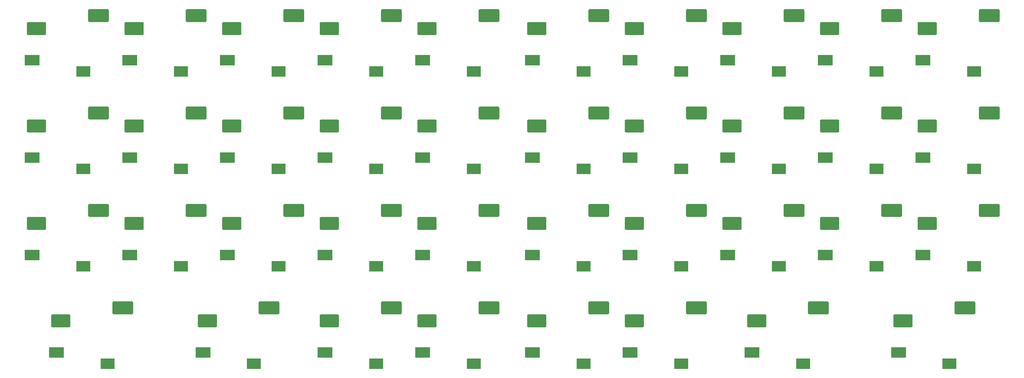
<source format=gbr>
%TF.GenerationSoftware,KiCad,Pcbnew,7.0.6*%
%TF.CreationDate,2023-11-09T09:41:23-05:00*%
%TF.ProjectId,split38,73706c69-7433-4382-9e6b-696361645f70,rev?*%
%TF.SameCoordinates,Original*%
%TF.FileFunction,Paste,Bot*%
%TF.FilePolarity,Positive*%
%FSLAX46Y46*%
G04 Gerber Fmt 4.6, Leading zero omitted, Abs format (unit mm)*
G04 Created by KiCad (PCBNEW 7.0.6) date 2023-11-09 09:41:23*
%MOMM*%
%LPD*%
G01*
G04 APERTURE LIST*
G04 Aperture macros list*
%AMRoundRect*
0 Rectangle with rounded corners*
0 $1 Rounding radius*
0 $2 $3 $4 $5 $6 $7 $8 $9 X,Y pos of 4 corners*
0 Add a 4 corners polygon primitive as box body*
4,1,4,$2,$3,$4,$5,$6,$7,$8,$9,$2,$3,0*
0 Add four circle primitives for the rounded corners*
1,1,$1+$1,$2,$3*
1,1,$1+$1,$4,$5*
1,1,$1+$1,$6,$7*
1,1,$1+$1,$8,$9*
0 Add four rect primitives between the rounded corners*
20,1,$1+$1,$2,$3,$4,$5,0*
20,1,$1+$1,$4,$5,$6,$7,0*
20,1,$1+$1,$6,$7,$8,$9,0*
20,1,$1+$1,$8,$9,$2,$3,0*%
G04 Aperture macros list end*
%ADD10RoundRect,0.250000X1.654500X1.000000X-1.654500X1.000000X-1.654500X-1.000000X1.654500X-1.000000X0*%
%ADD11R,3.004000X2.000000*%
%ADD12RoundRect,0.250000X1.784500X1.000000X-1.784500X1.000000X-1.784500X-1.000000X1.784500X-1.000000X0*%
%ADD13R,2.684000X2.000000*%
G04 APERTURE END LIST*
D10*
%TO.C,MX14*%
X83757000Y-92710000D03*
D11*
X82889500Y-98950000D03*
D12*
X95824000Y-90170000D03*
D13*
X92845500Y-101150000D03*
%TD*%
D10*
%TO.C,MX30*%
X200438300Y-73660000D03*
D11*
X199570800Y-79900000D03*
D12*
X212505300Y-71120000D03*
D13*
X209526800Y-82100000D03*
%TD*%
D10*
%TO.C,MX13*%
X64707000Y-92710000D03*
D11*
X63839500Y-98950000D03*
D12*
X76774000Y-90170000D03*
D13*
X73795500Y-101150000D03*
%TD*%
D10*
%TO.C,MX1*%
X26607000Y-54610000D03*
D11*
X25739500Y-60850000D03*
D12*
X38674000Y-52070000D03*
D13*
X35695500Y-63050000D03*
%TD*%
D10*
%TO.C,MX12*%
X45657000Y-92710000D03*
D11*
X44789500Y-98950000D03*
D12*
X57724000Y-90170000D03*
D13*
X54745500Y-101150000D03*
%TD*%
D10*
%TO.C,MX21*%
X124238300Y-54610000D03*
D11*
X123370800Y-60850000D03*
D12*
X136305300Y-52070000D03*
D13*
X133326800Y-63050000D03*
%TD*%
D10*
%TO.C,MX7*%
X45657000Y-73660000D03*
D11*
X44789500Y-79900000D03*
D12*
X57724000Y-71120000D03*
D13*
X54745500Y-82100000D03*
%TD*%
D10*
%TO.C,MX16*%
X83757000Y-111760000D03*
D11*
X82889500Y-118000000D03*
D12*
X95824000Y-109220000D03*
D13*
X92845500Y-120200000D03*
%TD*%
D10*
%TO.C,MX38*%
X167100800Y-111760000D03*
D11*
X166233300Y-118000000D03*
D12*
X179167800Y-109220000D03*
D13*
X176189300Y-120200000D03*
%TD*%
D10*
%TO.C,MX22*%
X143288300Y-54610000D03*
D11*
X142420800Y-60850000D03*
D12*
X155355300Y-52070000D03*
D13*
X152376800Y-63050000D03*
%TD*%
D10*
%TO.C,MX19*%
X59944500Y-111760000D03*
D11*
X59077000Y-118000000D03*
D12*
X72011500Y-109220000D03*
D13*
X69033000Y-120200000D03*
%TD*%
D10*
%TO.C,MX28*%
X162338300Y-73660000D03*
D11*
X161470800Y-79900000D03*
D12*
X174405300Y-71120000D03*
D13*
X171426800Y-82100000D03*
%TD*%
D10*
%TO.C,MX33*%
X162338300Y-92710000D03*
D11*
X161470800Y-98950000D03*
D12*
X174405300Y-90170000D03*
D13*
X171426800Y-101150000D03*
%TD*%
D10*
%TO.C,MX9*%
X83757000Y-73660000D03*
D11*
X82889500Y-79900000D03*
D12*
X95824000Y-71120000D03*
D13*
X92845500Y-82100000D03*
%TD*%
D10*
%TO.C,MX17*%
X102807000Y-111760000D03*
D11*
X101939500Y-118000000D03*
D12*
X114874000Y-109220000D03*
D13*
X111895500Y-120200000D03*
%TD*%
D10*
%TO.C,MX27*%
X143288300Y-73660000D03*
D11*
X142420800Y-79900000D03*
D12*
X155355300Y-71120000D03*
D13*
X152376800Y-82100000D03*
%TD*%
D10*
%TO.C,MX3*%
X64707000Y-54610000D03*
D11*
X63839500Y-60850000D03*
D12*
X76774000Y-52070000D03*
D13*
X73795500Y-63050000D03*
%TD*%
D10*
%TO.C,MX26*%
X124238300Y-73660000D03*
D11*
X123370800Y-79900000D03*
D12*
X136305300Y-71120000D03*
D13*
X133326800Y-82100000D03*
%TD*%
D10*
%TO.C,MX36*%
X124238300Y-111760000D03*
D11*
X123370800Y-118000000D03*
D12*
X136305300Y-109220000D03*
D13*
X133326800Y-120200000D03*
%TD*%
D10*
%TO.C,MX34*%
X181388300Y-92710000D03*
D11*
X180520800Y-98950000D03*
D12*
X193455300Y-90170000D03*
D13*
X190476800Y-101150000D03*
%TD*%
D10*
%TO.C,MX39*%
X195675800Y-111760000D03*
D11*
X194808300Y-118000000D03*
D12*
X207742800Y-109220000D03*
D13*
X204764300Y-120200000D03*
%TD*%
D10*
%TO.C,MX25*%
X200438300Y-54610000D03*
D11*
X199570800Y-60850000D03*
D12*
X212505300Y-52070000D03*
D13*
X209526800Y-63050000D03*
%TD*%
D10*
%TO.C,MX8*%
X64707000Y-73660000D03*
D11*
X63839500Y-79900000D03*
D12*
X76774000Y-71120000D03*
D13*
X73795500Y-82100000D03*
%TD*%
D10*
%TO.C,MX5*%
X102807000Y-54610000D03*
D11*
X101939500Y-60850000D03*
D12*
X114874000Y-52070000D03*
D13*
X111895500Y-63050000D03*
%TD*%
D10*
%TO.C,MX6*%
X26607000Y-73660000D03*
D11*
X25739500Y-79900000D03*
D12*
X38674000Y-71120000D03*
D13*
X35695500Y-82100000D03*
%TD*%
D10*
%TO.C,MX4*%
X83757000Y-54610000D03*
D11*
X82889500Y-60850000D03*
D12*
X95824000Y-52070000D03*
D13*
X92845500Y-63050000D03*
%TD*%
D10*
%TO.C,MX35*%
X200438300Y-92710000D03*
D11*
X199570800Y-98950000D03*
D12*
X212505300Y-90170000D03*
D13*
X209526800Y-101150000D03*
%TD*%
D10*
%TO.C,MX2*%
X45657000Y-54610000D03*
D11*
X44789500Y-60850000D03*
D12*
X57724000Y-52070000D03*
D13*
X54745500Y-63050000D03*
%TD*%
D10*
%TO.C,MX23*%
X162338300Y-54610000D03*
D11*
X161470800Y-60850000D03*
D12*
X174405300Y-52070000D03*
D13*
X171426800Y-63050000D03*
%TD*%
D10*
%TO.C,MX31*%
X124238300Y-92710000D03*
D11*
X123370800Y-98950000D03*
D12*
X136305300Y-90170000D03*
D13*
X133326800Y-101150000D03*
%TD*%
D10*
%TO.C,MX32*%
X143288300Y-92710000D03*
D11*
X142420800Y-98950000D03*
D12*
X155355300Y-90170000D03*
D13*
X152376800Y-101150000D03*
%TD*%
D10*
%TO.C,MX37*%
X143288300Y-111760000D03*
D11*
X142420800Y-118000000D03*
D12*
X155355300Y-109220000D03*
D13*
X152376800Y-120200000D03*
%TD*%
D10*
%TO.C,MX29*%
X181388300Y-73660000D03*
D11*
X180520800Y-79900000D03*
D12*
X193455300Y-71120000D03*
D13*
X190476800Y-82100000D03*
%TD*%
D10*
%TO.C,MX15*%
X102807000Y-92710000D03*
D11*
X101939500Y-98950000D03*
D12*
X114874000Y-90170000D03*
D13*
X111895500Y-101150000D03*
%TD*%
D10*
%TO.C,MX11*%
X26607000Y-92710000D03*
D11*
X25739500Y-98950000D03*
D12*
X38674000Y-90170000D03*
D13*
X35695500Y-101150000D03*
%TD*%
D10*
%TO.C,MX24*%
X181388300Y-54610000D03*
D11*
X180520800Y-60850000D03*
D12*
X193455300Y-52070000D03*
D13*
X190476800Y-63050000D03*
%TD*%
D10*
%TO.C,MX10*%
X102807000Y-73660000D03*
D11*
X101939500Y-79900000D03*
D12*
X114874000Y-71120000D03*
D13*
X111895500Y-82100000D03*
%TD*%
D10*
%TO.C,MX18*%
X31369500Y-111760000D03*
D11*
X30502000Y-118000000D03*
D12*
X43436500Y-109220000D03*
D13*
X40458000Y-120200000D03*
%TD*%
M02*

</source>
